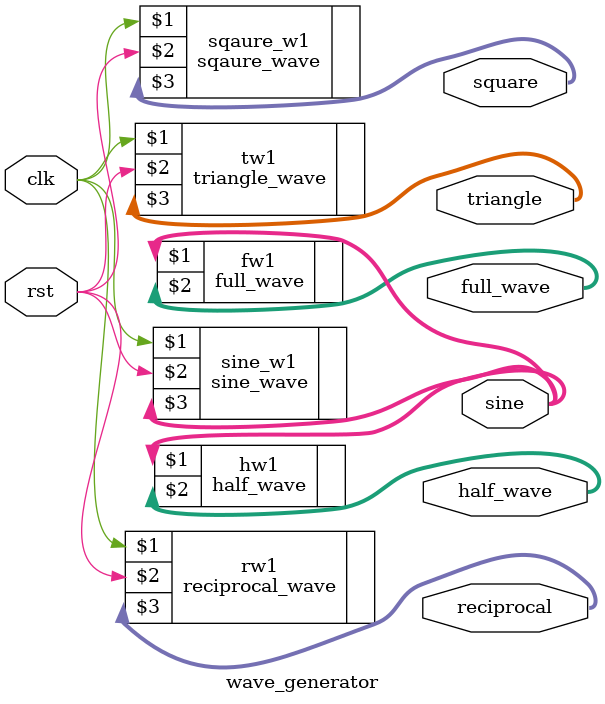
<source format=v>
`timescale 1ns/1ns

module wave_generator(input clk, rst, output[7:0] reciprocal, square, triangle, sine, half_wave, full_wave);

  reciprocal_wave rw1(clk, rst, reciprocal);
  sqaure_wave sqaure_w1(clk, rst, square);
  triangle_wave tw1(clk, rst, triangle);
  sine_wave sine_w1(clk, rst, sine);
  half_wave hw1(sine, half_wave);
  full_wave fw1(sine, full_wave);

endmodule

</source>
